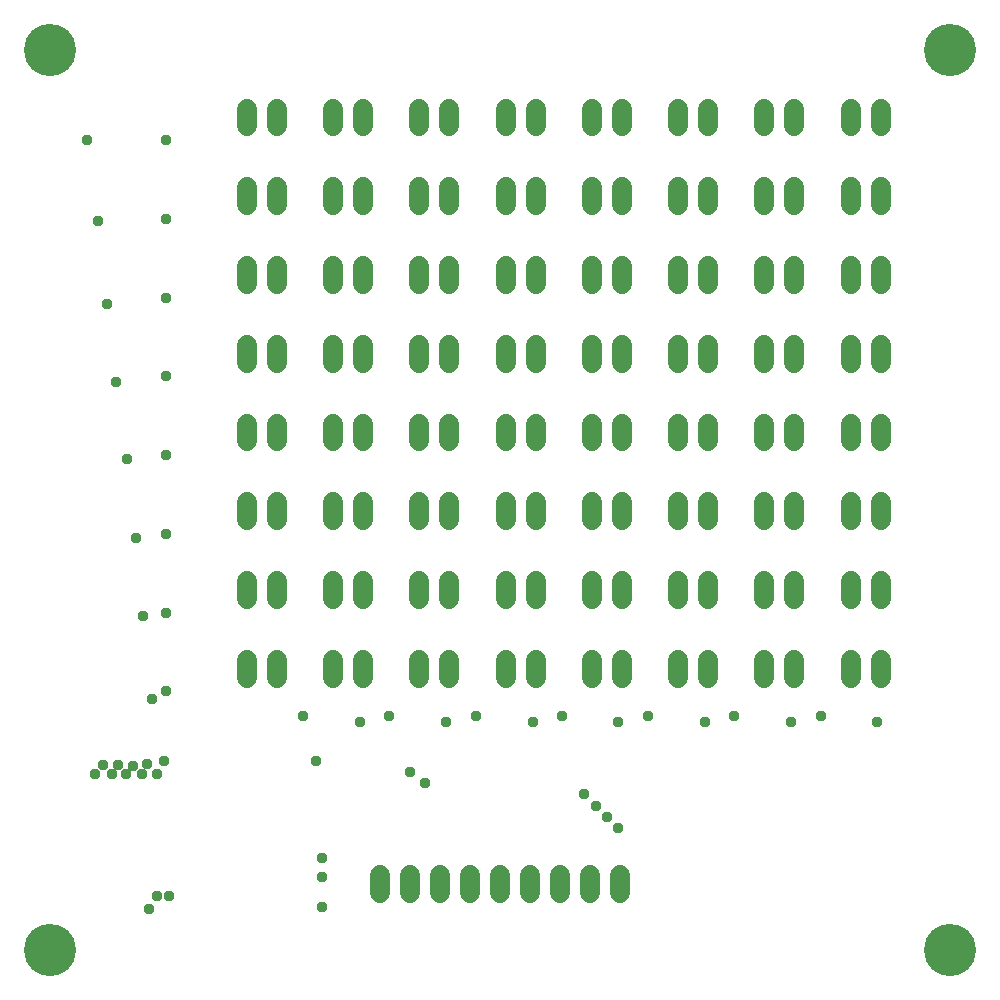
<source format=gbr>
G04 EAGLE Gerber RS-274X export*
G75*
%MOMM*%
%FSLAX34Y34*%
%LPD*%
%INSoldermask Bottom*%
%IPPOS*%
%AMOC8*
5,1,8,0,0,1.08239X$1,22.5*%
G01*
%ADD10C,1.711200*%
%ADD11C,4.419200*%
%ADD12C,0.959600*%


D10*
X192088Y255985D02*
X192088Y271065D01*
X217488Y271065D02*
X217488Y255985D01*
X192088Y322660D02*
X192088Y337740D01*
X217488Y337740D02*
X217488Y322660D01*
X192088Y389335D02*
X192088Y404415D01*
X217488Y404415D02*
X217488Y389335D01*
X192088Y456010D02*
X192088Y471090D01*
X217488Y471090D02*
X217488Y456010D01*
X192088Y522685D02*
X192088Y537765D01*
X217488Y537765D02*
X217488Y522685D01*
X192088Y589360D02*
X192088Y604440D01*
X217488Y604440D02*
X217488Y589360D01*
X192088Y656035D02*
X192088Y671115D01*
X217488Y671115D02*
X217488Y656035D01*
X192088Y722710D02*
X192088Y737790D01*
X217488Y737790D02*
X217488Y722710D01*
X265113Y271065D02*
X265113Y255985D01*
X290513Y255985D02*
X290513Y271065D01*
X265113Y322660D02*
X265113Y337740D01*
X290513Y337740D02*
X290513Y322660D01*
X265113Y389335D02*
X265113Y404415D01*
X290513Y404415D02*
X290513Y389335D01*
X265113Y456010D02*
X265113Y471090D01*
X290513Y471090D02*
X290513Y456010D01*
X265113Y522685D02*
X265113Y537765D01*
X290513Y537765D02*
X290513Y522685D01*
X265113Y589360D02*
X265113Y604440D01*
X290513Y604440D02*
X290513Y589360D01*
X265113Y656035D02*
X265113Y671115D01*
X290513Y671115D02*
X290513Y656035D01*
X265113Y722710D02*
X265113Y737790D01*
X290513Y737790D02*
X290513Y722710D01*
X338138Y271065D02*
X338138Y255985D01*
X363538Y255985D02*
X363538Y271065D01*
X338138Y322660D02*
X338138Y337740D01*
X363538Y337740D02*
X363538Y322660D01*
X338138Y389335D02*
X338138Y404415D01*
X363538Y404415D02*
X363538Y389335D01*
X338138Y456010D02*
X338138Y471090D01*
X363538Y471090D02*
X363538Y456010D01*
X338138Y522685D02*
X338138Y537765D01*
X363538Y537765D02*
X363538Y522685D01*
X338138Y589360D02*
X338138Y604440D01*
X363538Y604440D02*
X363538Y589360D01*
X338138Y656035D02*
X338138Y671115D01*
X363538Y671115D02*
X363538Y656035D01*
X338138Y722710D02*
X338138Y737790D01*
X363538Y737790D02*
X363538Y722710D01*
X411163Y271065D02*
X411163Y255985D01*
X436563Y255985D02*
X436563Y271065D01*
X411163Y322660D02*
X411163Y337740D01*
X436563Y337740D02*
X436563Y322660D01*
X411163Y389335D02*
X411163Y404415D01*
X436563Y404415D02*
X436563Y389335D01*
X411163Y456010D02*
X411163Y471090D01*
X436563Y471090D02*
X436563Y456010D01*
X411163Y522685D02*
X411163Y537765D01*
X436563Y537765D02*
X436563Y522685D01*
X411163Y589360D02*
X411163Y604440D01*
X436563Y604440D02*
X436563Y589360D01*
X411163Y656035D02*
X411163Y671115D01*
X436563Y671115D02*
X436563Y656035D01*
X411163Y722710D02*
X411163Y737790D01*
X436563Y737790D02*
X436563Y722710D01*
X484188Y271065D02*
X484188Y255985D01*
X509588Y255985D02*
X509588Y271065D01*
X484188Y322660D02*
X484188Y337740D01*
X509588Y337740D02*
X509588Y322660D01*
X484188Y389335D02*
X484188Y404415D01*
X509588Y404415D02*
X509588Y389335D01*
X484188Y456010D02*
X484188Y471090D01*
X509588Y471090D02*
X509588Y456010D01*
X484188Y522685D02*
X484188Y537765D01*
X509588Y537765D02*
X509588Y522685D01*
X484188Y589360D02*
X484188Y604440D01*
X509588Y604440D02*
X509588Y589360D01*
X484188Y656035D02*
X484188Y671115D01*
X509588Y671115D02*
X509588Y656035D01*
X484188Y722710D02*
X484188Y737790D01*
X509588Y737790D02*
X509588Y722710D01*
X557213Y271065D02*
X557213Y255985D01*
X582613Y255985D02*
X582613Y271065D01*
X557213Y322660D02*
X557213Y337740D01*
X582613Y337740D02*
X582613Y322660D01*
X557213Y389335D02*
X557213Y404415D01*
X582613Y404415D02*
X582613Y389335D01*
X557213Y456010D02*
X557213Y471090D01*
X582613Y471090D02*
X582613Y456010D01*
X557213Y522685D02*
X557213Y537765D01*
X582613Y537765D02*
X582613Y522685D01*
X557213Y589360D02*
X557213Y604440D01*
X582613Y604440D02*
X582613Y589360D01*
X557213Y656035D02*
X557213Y671115D01*
X582613Y671115D02*
X582613Y656035D01*
X557213Y722710D02*
X557213Y737790D01*
X582613Y737790D02*
X582613Y722710D01*
X630238Y271065D02*
X630238Y255985D01*
X655638Y255985D02*
X655638Y271065D01*
X630238Y322660D02*
X630238Y337740D01*
X655638Y337740D02*
X655638Y322660D01*
X630238Y389335D02*
X630238Y404415D01*
X655638Y404415D02*
X655638Y389335D01*
X630238Y456010D02*
X630238Y471090D01*
X655638Y471090D02*
X655638Y456010D01*
X630238Y522685D02*
X630238Y537765D01*
X655638Y537765D02*
X655638Y522685D01*
X630238Y589360D02*
X630238Y604440D01*
X655638Y604440D02*
X655638Y589360D01*
X630238Y656035D02*
X630238Y671115D01*
X655638Y671115D02*
X655638Y656035D01*
X630238Y722710D02*
X630238Y737790D01*
X655638Y737790D02*
X655638Y722710D01*
X703263Y271065D02*
X703263Y255985D01*
X728663Y255985D02*
X728663Y271065D01*
X703263Y322660D02*
X703263Y337740D01*
X728663Y337740D02*
X728663Y322660D01*
X703263Y389335D02*
X703263Y404415D01*
X728663Y404415D02*
X728663Y389335D01*
X703263Y456010D02*
X703263Y471090D01*
X728663Y471090D02*
X728663Y456010D01*
X703263Y522685D02*
X703263Y537765D01*
X728663Y537765D02*
X728663Y522685D01*
X703263Y589360D02*
X703263Y604440D01*
X728663Y604440D02*
X728663Y589360D01*
X703263Y656035D02*
X703263Y671115D01*
X728663Y671115D02*
X728663Y656035D01*
X703263Y722710D02*
X703263Y737790D01*
X728663Y737790D02*
X728663Y722710D01*
X304800Y88820D02*
X304800Y73740D01*
X330200Y73740D02*
X330200Y88820D01*
X355600Y88820D02*
X355600Y73740D01*
X381000Y73740D02*
X381000Y88820D01*
X406400Y88820D02*
X406400Y73740D01*
X431800Y73740D02*
X431800Y88820D01*
X457200Y88820D02*
X457200Y73740D01*
X482600Y73740D02*
X482600Y88820D01*
X508000Y88820D02*
X508000Y73740D01*
D11*
X25400Y787400D03*
X787400Y787400D03*
X787400Y25400D03*
X25400Y25400D03*
D12*
X239713Y223838D03*
X112149Y238125D03*
X108012Y182563D03*
X104493Y307975D03*
X102981Y174625D03*
X98425Y374650D03*
X95876Y181601D03*
X90947Y441325D03*
X90000Y174625D03*
X81704Y506413D03*
X83420Y181845D03*
X74049Y572332D03*
X77864Y174549D03*
X66393Y642938D03*
X70720Y181845D03*
X57150Y711200D03*
X63500Y174625D03*
X312738Y223838D03*
X250825Y185738D03*
X288131Y218281D03*
X385763Y223838D03*
X330200Y176213D03*
X361156Y218281D03*
X458788Y223838D03*
X342900Y166688D03*
X434181Y218281D03*
X531813Y223838D03*
X604838Y223838D03*
X677863Y223838D03*
X477838Y157163D03*
X506413Y218281D03*
X487363Y147638D03*
X580231Y218281D03*
X496888Y138113D03*
X653256Y218281D03*
X506413Y128870D03*
X725488Y218281D03*
X126339Y71156D03*
X115888Y71438D03*
X123825Y244475D03*
X123825Y311150D03*
X123825Y377825D03*
X123825Y444500D03*
X123825Y511175D03*
X123825Y577850D03*
X123825Y644525D03*
X123825Y711200D03*
X109538Y60325D03*
X255588Y61913D03*
X122238Y185738D03*
X255588Y103188D03*
X115981Y174625D03*
X255588Y86904D03*
M02*

</source>
